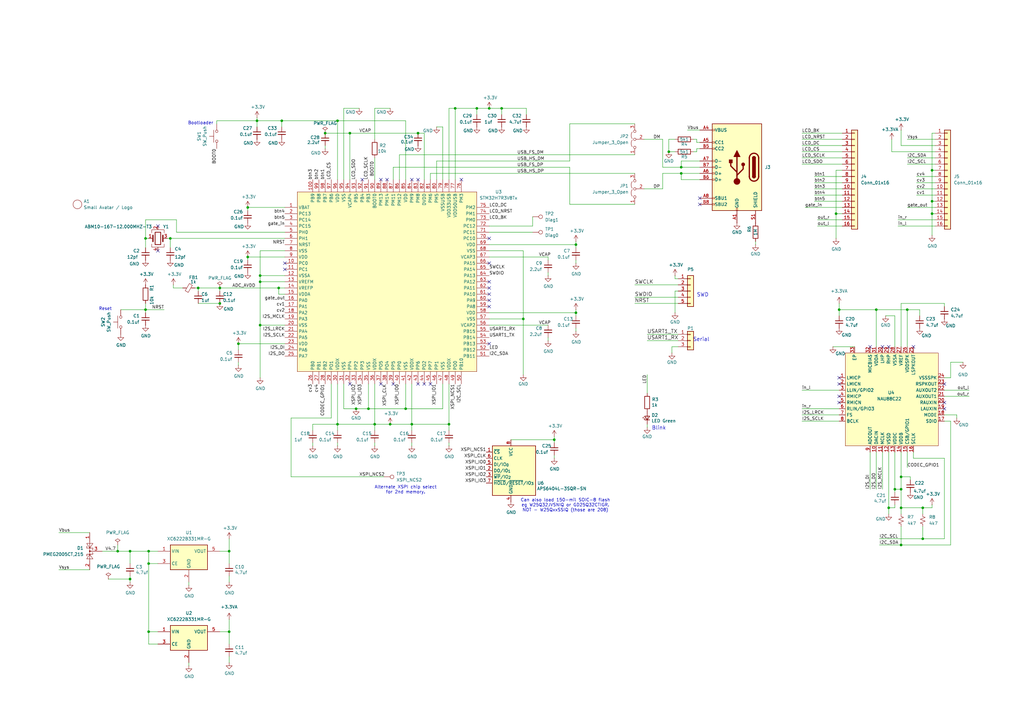
<source format=kicad_sch>
(kicad_sch (version 20250114) (generator "eeschema") (generator_version "9.0")
  (paper "A3")
  (title_block (title "S3 GTA Panel") (date "2023-08-13"))
  (text "SWD" (at 285.75 121.92 0) (effects (font (size 1.524 1.524)) (justify left bottom)))
  (text "Reset" (at 43.18 126.746 0) (effects (font (size 1.27 1.27))))
  (text "Serial" (at 284.226 140.208 0) (effects (font (size 1.524 1.524)) (justify left bottom)))
  (text "Alternate XSPI chip select\nfor 2nd memory." (at 166.37 200.914 0) (effects (font (size 1.27 1.27))))
  (text "Can also load 150-mil SOIC-8 flash\neg W25Q32JVSNIQ or GD25Q32CTIGR.\nNOT - W25QxxSSIQ (those are 208)" (at 231.902 207.264 0) (effects (font (size 1.27 1.27))))
  (text "Bootloader" (at 82.296 50.546 0) (effects (font (size 1.27 1.27))))
  (text "Blink" (at 267.335 176.53 0) (effects (font (size 1.524 1.524)) (justify left bottom)))
  (junction (at 53.34 226.06))
  (junction (at 166.37 167.64))
  (junction (at 227.33 180.34))
  (junction (at 344.17 127))
  (junction (at 369.57 208.28))
  (junction (at 200.66 44.45))
  (junction (at 382.27 69.85))
  (junction (at 101.6 105.41))
  (junction (at 90.17 124.46))
  (junction (at 81.28 118.11))
  (junction (at 382.27 82.55))
  (junction (at 93.98 226.06))
  (junction (at 106.68 113.03))
  (junction (at 115.57 49.53))
  (junction (at 168.91 173.99))
  (junction (at 184.15 173.99))
  (junction (at 160.02 173.99))
  (junction (at 364.49 208.28))
  (junction (at 69.85 97.79))
  (junction (at 48.26 226.06))
  (junction (at 378.46 208.28))
  (junction (at 143.51 54.61))
  (junction (at 382.27 87.63))
  (junction (at 59.69 97.79))
  (junction (at 53.34 237.49))
  (junction (at 279.4 71.12))
  (junction (at 359.41 127))
  (junction (at 60.96 226.06))
  (junction (at 195.58 44.45))
  (junction (at 369.57 200.66))
  (junction (at 133.35 54.61))
  (junction (at 138.43 49.53))
  (junction (at 90.17 118.11))
  (junction (at 60.96 231.14))
  (junction (at 367.03 200.66))
  (junction (at 236.22 128.27))
  (junction (at 60.96 259.08))
  (junction (at 153.67 173.99))
  (junction (at 146.05 167.64))
  (junction (at 138.43 173.99))
  (junction (at 372.11 127))
  (junction (at 369.57 223.52))
  (junction (at 171.45 54.61))
  (junction (at 274.32 62.23))
  (junction (at 236.22 100.33))
  (junction (at 101.6 85.09))
  (junction (at 106.68 133.35))
  (junction (at 186.69 44.45))
  (junction (at 279.4 68.58))
  (junction (at 205.74 44.45))
  (junction (at 114.3 118.11))
  (junction (at 59.69 127))
  (junction (at 214.63 130.81))
  (junction (at 106.68 115.57))
  (junction (at 378.46 220.98))
  (junction (at 369.57 195.58))
  (junction (at 105.41 49.53))
  (junction (at 151.13 167.64))
  (junction (at 97.79 140.97))
  (junction (at 93.98 259.08))
  (junction (at 342.9 87.63))
  (no_connect (at 156.21 157.48))
  (no_connect (at 116.84 107.95))
  (no_connect (at 116.84 110.49))
  (no_connect (at 168.91 73.66))
  (no_connect (at 64.77 92.71))
  (no_connect (at 361.95 142.24))
  (no_connect (at 356.87 142.24))
  (no_connect (at 374.65 142.24))
  (no_connect (at 387.35 157.48))
  (no_connect (at 344.17 154.94))
  (no_connect (at 200.66 120.65))
  (no_connect (at 200.66 97.79))
  (no_connect (at 200.66 107.95))
  (no_connect (at 200.66 115.57))
  (no_connect (at 200.66 125.73))
  (no_connect (at 171.45 73.66))
  (no_connect (at 200.66 140.97))
  (no_connect (at 387.35 165.1))
  (no_connect (at 143.51 157.48))
  (no_connect (at 344.17 162.56))
  (no_connect (at 189.23 73.66))
  (no_connect (at 171.45 157.48))
  (no_connect (at 287.02 83.82))
  (no_connect (at 344.17 165.1))
  (no_connect (at 387.35 167.64))
  (no_connect (at 173.99 157.48))
  (no_connect (at 364.49 142.24))
  (no_connect (at 287.02 81.28))
  (no_connect (at 161.29 157.48))
  (no_connect (at 200.66 118.11))
  (no_connect (at 158.75 73.66))
  (no_connect (at 156.21 73.66))
  (no_connect (at 148.59 73.66))
  (no_connect (at 176.53 157.48))
  (no_connect (at 64.77 102.87))
  (no_connect (at 200.66 123.19))
  (no_connect (at 344.17 157.48))
  (wire (pts (xy 309.88 100.33) (xy 309.88 99.06)))
  (wire (pts (xy 116.84 102.87) (xy 106.68 102.87)))
  (wire (pts (xy 80.01 118.11) (xy 81.28 118.11)))
  (wire (pts (xy 383.54 77.47) (xy 375.92 77.47)))
  (wire (pts (xy 334.01 74.93) (xy 345.44 74.93)))
  (wire (pts (xy 265.43 139.7) (xy 278.13 139.7)))
  (wire (pts (xy 200.66 105.41) (xy 224.79 105.41)))
  (wire (pts (xy 101.6 85.09) (xy 101.6 86.36)))
  (wire (pts (xy 105.41 49.53) (xy 105.41 52.07)))
  (wire (pts (xy 36.83 233.68) (xy 24.13 233.68)))
  (wire (pts (xy 128.27 173.99) (xy 128.27 176.53)))
  (wire (pts (xy 138.43 173.99) (xy 138.43 176.53)))
  (wire (pts (xy 271.78 77.47) (xy 271.78 71.12)))
  (wire (pts (xy 335.28 90.17) (xy 345.44 90.17)))
  (wire (pts (xy 161.29 73.66) (xy 161.29 68.58)))
  (wire (pts (xy 90.17 226.06) (xy 93.98 226.06)))
  (wire (pts (xy 276.86 62.23) (xy 274.32 62.23)))
  (wire (pts (xy 364.49 208.28) (xy 364.49 210.82)))
  (wire (pts (xy 72.39 95.25) (xy 72.39 90.17)))
  (wire (pts (xy 328.93 172.72) (xy 344.17 172.72)))
  (wire (pts (xy 264.16 57.15) (xy 271.78 57.15)))
  (wire (pts (xy 359.41 127) (xy 359.41 142.24)))
  (wire (pts (xy 205.74 44.45) (xy 215.9 44.45)))
  (wire (pts (xy 276.86 57.15) (xy 274.32 57.15)))
  (wire (pts (xy 369.57 185.42) (xy 369.57 195.58)))
  (wire (pts (xy 67.31 127) (xy 59.69 127)))
  (wire (pts (xy 367.03 200.66) (xy 367.03 201.93)))
  (wire (pts (xy 387.35 124.46) (xy 387.35 125.73)))
  (wire (pts (xy 227.33 179.07) (xy 227.33 180.34)))
  (wire (pts (xy 138.43 157.48) (xy 138.43 173.99)))
  (wire (pts (xy 135.89 157.48) (xy 135.89 171.45)))
  (wire (pts (xy 176.53 71.12) (xy 260.35 71.12)))
  (wire (pts (xy 383.54 57.15) (xy 372.11 57.15)))
  (wire (pts (xy 64.77 259.08) (xy 60.96 259.08)))
  (wire (pts (xy 334.01 72.39) (xy 345.44 72.39)))
  (wire (pts (xy 153.67 181.61) (xy 153.67 182.88)))
  (wire (pts (xy 64.77 264.16) (xy 60.96 264.16)))
  (wire (pts (xy 365.76 62.23) (xy 383.54 62.23)))
  (wire (pts (xy 171.45 54.61) (xy 173.99 54.61)))
  (wire (pts (xy 143.51 54.61) (xy 171.45 54.61)))
  (wire (pts (xy 166.37 49.53) (xy 166.37 73.66)))
  (wire (pts (xy 106.68 115.57) (xy 106.68 133.35)))
  (wire (pts (xy 59.69 90.17) (xy 59.69 97.79)))
  (wire (pts (xy 97.79 143.51) (xy 97.79 140.97)))
  (wire (pts (xy 265.43 153.67) (xy 265.43 161.29)))
  (wire (pts (xy 236.22 100.33) (xy 236.22 99.06)))
  (wire (pts (xy 41.91 226.06) (xy 48.26 226.06)))
  (wire (pts (xy 236.22 101.6) (xy 236.22 100.33)))
  (wire (pts (xy 200.66 133.35) (xy 224.79 133.35)))
  (wire (pts (xy 369.57 59.69) (xy 369.57 53.34)))
  (wire (pts (xy 181.61 157.48) (xy 181.61 167.64)))
  (wire (pts (xy 200.66 100.33) (xy 236.22 100.33)))
  (wire (pts (xy 369.57 208.28) (xy 369.57 210.82)))
  (wire (pts (xy 186.69 44.45) (xy 186.69 73.66)))
  (wire (pts (xy 341.63 142.24) (xy 350.52 142.24)))
  (wire (pts (xy 71.12 118.11) (xy 71.12 116.84)))
  (wire (pts (xy 374.65 187.96) (xy 374.65 185.42)))
  (wire (pts (xy 209.55 180.34) (xy 227.33 180.34)))
  (wire (pts (xy 281.94 53.34) (xy 287.02 53.34)))
  (wire (pts (xy 168.91 157.48) (xy 168.91 173.99)))
  (wire (pts (xy 179.07 66.04) (xy 233.68 66.04)))
  (wire (pts (xy 382.27 87.63) (xy 383.54 87.63)))
  (wire (pts (xy 382.27 82.55) (xy 383.54 82.55)))
  (wire (pts (xy 233.68 50.8) (xy 260.35 50.8)))
  (wire (pts (xy 184.15 44.45) (xy 186.69 44.45)))
  (wire (pts (xy 233.68 66.04) (xy 233.68 50.8)))
  (wire (pts (xy 106.68 133.35) (xy 106.68 154.94)))
  (wire (pts (xy 389.89 172.72) (xy 387.35 172.72)))
  (wire (pts (xy 106.68 102.87) (xy 106.68 113.03)))
  (wire (pts (xy 369.57 200.66) (xy 369.57 208.28)))
  (wire (pts (xy 143.51 73.66) (xy 143.51 54.61)))
  (wire (pts (xy 382.27 207.01) (xy 382.27 208.28)))
  (wire (pts (xy 101.6 105.41) (xy 101.6 106.68)))
  (wire (pts (xy 116.84 85.09) (xy 101.6 85.09)))
  (wire (pts (xy 93.98 259.08) (xy 93.98 264.16)))
  (wire (pts (xy 344.17 160.02) (xy 328.93 160.02)))
  (wire (pts (xy 200.66 130.81) (xy 214.63 130.81)))
  (wire (pts (xy 163.83 73.66) (xy 163.83 63.5)))
  (wire (pts (xy 382.27 96.52) (xy 382.27 87.63)))
  (wire (pts (xy 97.79 148.59) (xy 97.79 149.86)))
  (wire (pts (xy 367.03 185.42) (xy 367.03 200.66)))
  (wire (pts (xy 49.53 127) (xy 59.69 127)))
  (wire (pts (xy 345.44 64.77) (xy 328.93 64.77)))
  (wire (pts (xy 374.65 187.96) (xy 387.35 187.96)))
  (wire (pts (xy 236.22 129.54) (xy 236.22 128.27)))
  (wire (pts (xy 264.16 77.47) (xy 271.78 77.47)))
  (wire (pts (xy 116.84 133.35) (xy 106.68 133.35)))
  (wire (pts (xy 367.03 207.01) (xy 367.03 208.28)))
  (wire (pts (xy 90.17 118.11) (xy 90.17 119.38)))
  (wire (pts (xy 392.43 170.18) (xy 392.43 171.45)))
  (wire (pts (xy 153.67 44.45) (xy 160.02 44.45)))
  (wire (pts (xy 53.34 237.49) (xy 53.34 238.76)))
  (wire (pts (xy 335.28 92.71) (xy 345.44 92.71)))
  (wire (pts (xy 397.51 162.56) (xy 387.35 162.56)))
  (wire (pts (xy 200.66 92.71) (xy 218.44 92.71)))
  (wire (pts (xy 115.57 49.53) (xy 138.43 49.53)))
  (wire (pts (xy 138.43 181.61) (xy 138.43 182.88)))
  (wire (pts (xy 365.76 62.23) (xy 365.76 57.15)))
  (wire (pts (xy 372.11 185.42) (xy 372.11 191.77)))
  (wire (pts (xy 373.38 195.58) (xy 369.57 195.58)))
  (wire (pts (xy 184.15 44.45) (xy 184.15 73.66)))
  (wire (pts (xy 345.44 62.23) (xy 328.93 62.23)))
  (wire (pts (xy 224.79 111.76) (xy 224.79 113.03)))
  (wire (pts (xy 285.75 58.42) (xy 285.75 57.15)))
  (wire (pts (xy 271.78 71.12) (xy 279.4 71.12)))
  (wire (pts (xy 279.4 68.58) (xy 279.4 66.04)))
  (wire (pts (xy 200.66 128.27) (xy 236.22 128.27)))
  (wire (pts (xy 138.43 173.99) (xy 153.67 173.99)))
  (wire (pts (xy 119.38 171.45) (xy 119.38 195.58)))
  (wire (pts (xy 369.57 142.24) (xy 369.57 124.46)))
  (wire (pts (xy 287.02 71.12) (xy 279.4 71.12)))
  (wire (pts (xy 116.84 105.41) (xy 101.6 105.41)))
  (wire (pts (xy 166.37 167.64) (xy 151.13 167.64)))
  (wire (pts (xy 60.96 264.16) (xy 60.96 259.08)))
  (wire (pts (xy 93.98 236.22) (xy 93.98 238.76)))
  (wire (pts (xy 138.43 49.53) (xy 166.37 49.53)))
  (wire (pts (xy 383.54 80.01) (xy 375.92 80.01)))
  (wire (pts (xy 48.26 226.06) (xy 53.34 226.06)))
  (wire (pts (xy 278.13 142.24) (xy 275.59 142.24)))
  (wire (pts (xy 90.17 259.08) (xy 93.98 259.08)))
  (wire (pts (xy 44.45 237.49) (xy 53.34 237.49)))
  (wire (pts (xy 344.17 127) (xy 359.41 127)))
  (wire (pts (xy 181.61 52.07) (xy 181.61 73.66)))
  (wire (pts (xy 276.86 114.3) (xy 276.86 113.03)))
  (wire (pts (xy 287.02 58.42) (xy 285.75 58.42)))
  (wire (pts (xy 133.35 59.69) (xy 133.35 60.96)))
  (wire (pts (xy 88.9 49.53) (xy 88.9 50.8)))
  (wire (pts (xy 372.11 142.24) (xy 372.11 127)))
  (wire (pts (xy 163.83 63.5) (xy 260.35 63.5)))
  (wire (pts (xy 168.91 173.99) (xy 168.91 176.53)))
  (wire (pts (xy 140.97 44.45) (xy 147.32 44.45)))
  (wire (pts (xy 356.87 200.66) (xy 356.87 185.42)))
  (wire (pts (xy 236.22 134.62) (xy 236.22 135.89)))
  (wire (pts (xy 97.79 140.97) (xy 116.84 140.97)))
  (wire (pts (xy 105.41 48.26) (xy 105.41 49.53)))
  (wire (pts (xy 173.99 54.61) (xy 173.99 73.66)))
  (wire (pts (xy 184.15 173.99) (xy 184.15 157.48)))
  (wire (pts (xy 227.33 180.34) (xy 227.33 181.61)))
  (wire (pts (xy 53.34 226.06) (xy 60.96 226.06)))
  (wire (pts (xy 328.93 170.18) (xy 344.17 170.18)))
  (wire (pts (xy 373.38 196.85) (xy 373.38 195.58)))
  (wire (pts (xy 59.69 124.46) (xy 59.69 127)))
  (wire (pts (xy 146.05 167.64) (xy 140.97 167.64)))
  (wire (pts (xy 151.13 157.48) (xy 151.13 167.64)))
  (wire (pts (xy 287.02 73.66) (xy 279.4 73.66)))
  (wire (pts (xy 369.57 223.52) (xy 389.89 223.52)))
  (wire (pts (xy 200.66 44.45) (xy 205.74 44.45)))
  (wire (pts (xy 372.11 127) (xy 359.41 127)))
  (wire (pts (xy 128.27 181.61) (xy 128.27 182.88)))
  (wire (pts (xy 285.75 57.15) (xy 284.48 57.15)))
  (wire (pts (xy 151.13 167.64) (xy 146.05 167.64)))
  (wire (pts (xy 160.02 173.99) (xy 168.91 173.99)))
  (wire (pts (xy 369.57 124.46) (xy 387.35 124.46)))
  (wire (pts (xy 106.68 113.03) (xy 106.68 115.57)))
  (wire (pts (xy 77.47 238.76) (xy 77.47 240.03)))
  (wire (pts (xy 153.67 173.99) (xy 153.67 176.53)))
  (wire (pts (xy 382.27 69.85) (xy 382.27 82.55)))
  (wire (pts (xy 233.68 83.82) (xy 260.35 83.82)))
  (wire (pts (xy 72.39 90.17) (xy 59.69 90.17)))
  (wire (pts (xy 364.49 208.28) (xy 367.03 208.28)))
  (wire (pts (xy 389.89 148.59) (xy 394.97 148.59)))
  (wire (pts (xy 60.96 259.08) (xy 60.96 231.14)))
  (wire (pts (xy 214.63 102.87) (xy 214.63 130.81)))
  (wire (pts (xy 382.27 208.28) (xy 378.46 208.28)))
  (wire (pts (xy 138.43 73.66) (xy 138.43 49.53)))
  (wire (pts (xy 215.9 44.45) (xy 215.9 46.99)))
  (wire (pts (xy 377.19 127) (xy 377.19 129.54)))
  (wire (pts (xy 153.67 64.77) (xy 153.67 73.66)))
  (wire (pts (xy 344.17 124.46) (xy 344.17 127)))
  (wire (pts (xy 278.13 114.3) (xy 276.86 114.3)))
  (wire (pts (xy 227.33 186.69) (xy 227.33 187.96)))
  (wire (pts (xy 24.13 218.44) (xy 36.83 218.44)))
  (wire (pts (xy 59.69 97.79) (xy 60.96 97.79)))
  (wire (pts (xy 105.41 49.53) (xy 88.9 49.53)))
  (wire (pts (xy 138.43 173.99) (xy 128.27 173.99)))
  (wire (pts (xy 285.75 60.96) (xy 285.75 62.23)))
  (wire (pts (xy 74.93 118.11) (xy 71.12 118.11)))
  (wire (pts (xy 345.44 69.85) (xy 342.9 69.85)))
  (wire (pts (xy 93.98 269.24) (xy 93.98 271.78)))
  (wire (pts (xy 383.54 74.93) (xy 375.92 74.93)))
  (wire (pts (xy 271.78 57.15) (xy 271.78 68.58)))
  (wire (pts (xy 387.35 220.98) (xy 378.46 220.98)))
  (wire (pts (xy 205.74 44.45) (xy 205.74 46.99)))
  (wire (pts (xy 279.4 73.66) (xy 279.4 71.12)))
  (wire (pts (xy 161.29 68.58) (xy 233.68 68.58)))
  (wire (pts (xy 369.57 215.9) (xy 369.57 223.52)))
  (wire (pts (xy 265.43 173.99) (xy 265.43 175.26)))
  (wire (pts (xy 184.15 173.99) (xy 184.15 176.53)))
  (wire (pts (xy 114.3 118.11) (xy 116.84 118.11)))
  (wire (pts (xy 345.44 59.69) (xy 328.93 59.69)))
  (wire (pts (xy 369.57 195.58) (xy 369.57 200.66)))
  (wire (pts (xy 345.44 67.31) (xy 328.93 67.31)))
  (wire (pts (xy 276.86 119.38) (xy 276.86 128.27)))
  (wire (pts (xy 360.68 223.52) (xy 369.57 223.52)))
  (wire (pts (xy 364.49 185.42) (xy 364.49 208.28)))
  (wire (pts (xy 214.63 130.81) (xy 214.63 153.67)))
  (wire (pts (xy 397.51 160.02) (xy 387.35 160.02)))
  (wire (pts (xy 367.03 200.66) (xy 369.57 200.66)))
  (wire (pts (xy 382.27 87.63) (xy 382.27 82.55)))
  (wire (pts (xy 68.58 97.79) (xy 69.85 97.79)))
  (wire (pts (xy 72.39 95.25) (xy 116.84 95.25)))
  (wire (pts (xy 143.51 54.61) (xy 133.35 54.61)))
  (wire (pts (xy 200.66 95.25) (xy 218.44 95.25)))
  (wire (pts (xy 345.44 54.61) (xy 328.93 54.61)))
  (wire (pts (xy 383.54 92.71) (xy 368.3 92.71)))
  (wire (pts (xy 383.54 85.09) (xy 372.11 85.09)))
  (wire (pts (xy 81.28 118.11) (xy 81.28 119.38)))
  (wire (pts (xy 372.11 67.31) (xy 383.54 67.31)))
  (wire (pts (xy 90.17 118.11) (xy 114.3 118.11)))
  (wire (pts (xy 181.61 167.64) (xy 166.37 167.64)))
  (wire (pts (xy 176.53 73.66) (xy 176.53 71.12)))
  (wire (pts (xy 60.96 231.14) (xy 64.77 231.14)))
  (wire (pts (xy 179.07 73.66) (xy 179.07 66.04)))
  (wire (pts (xy 334.01 82.55) (xy 345.44 82.55)))
  (wire (pts (xy 106.68 115.57) (xy 116.84 115.57)))
  (wire (pts (xy 140.97 44.45) (xy 140.97 73.66)))
  (wire (pts (xy 53.34 226.06) (xy 53.34 231.14)))
  (wire (pts (xy 372.11 127) (xy 377.19 127)))
  (wire (pts (xy 382.27 54.61) (xy 382.27 69.85)))
  (wire (pts (xy 345.44 85.09) (xy 330.2 85.09)))
  (wire (pts (xy 135.89 171.45) (xy 119.38 171.45)))
  (wire (pts (xy 116.84 113.03) (xy 106.68 113.03)))
  (wire (pts (xy 114.3 120.65) (xy 114.3 118.11)))
  (wire (pts (xy 383.54 72.39) (xy 375.92 72.39)))
  (wire (pts (xy 382.27 54.61) (xy 383.54 54.61)))
  (wire (pts (xy 382.27 69.85) (xy 383.54 69.85)))
  (wire (pts (xy 166.37 157.48) (xy 166.37 167.64)))
  (wire (pts (xy 389.89 172.72) (xy 389.89 223.52)))
  (wire (pts (xy 69.85 97.79) (xy 69.85 101.6)))
  (wire (pts (xy 367.03 129.54) (xy 363.22 129.54)))
  (wire (pts (xy 195.58 44.45) (xy 195.58 46.99)))
  (wire (pts (xy 181.61 52.07) (xy 179.07 52.07)))
  (wire (pts (xy 334.01 77.47) (xy 345.44 77.47)))
  (wire (pts (xy 342.9 69.85) (xy 342.9 87.63)))
  (wire (pts (xy 378.46 208.28) (xy 369.57 208.28)))
  (wire (pts (xy 81.28 118.11) (xy 90.17 118.11)))
  (wire (pts (xy 387.35 154.94) (xy 389.89 154.94)))
  (wire (pts (xy 93.98 259.08) (xy 93.98 254)))
  (wire (pts (xy 278.13 121.92) (xy 260.35 121.92)))
  (wire (pts (xy 345.44 57.15) (xy 328.93 57.15)))
  (wire (pts (xy 367.03 142.24) (xy 367.03 129.54)))
  (wire (pts (xy 233.68 68.58) (xy 233.68 83.82)))
  (wire (pts (xy 105.41 49.53) (xy 115.57 49.53)))
  (wire (pts (xy 369.57 59.69) (xy 383.54 59.69)))
  (wire (pts (xy 60.96 226.06) (xy 64.77 226.06)))
  (wire (pts (xy 115.57 49.53) (xy 115.57 52.07)))
  (wire (pts (xy 260.35 116.84) (xy 278.13 116.84)))
  (wire (pts (xy 359.41 200.66) (xy 359.41 185.42)))
  (wire (pts (xy 153.67 157.48) (xy 153.67 173.99)))
  (wire (pts (xy 224.79 138.43) (xy 224.79 139.7)))
  (wire (pts (xy 278.13 124.46) (xy 260.35 124.46)))
  (wire (pts (xy 93.98 226.06) (xy 93.98 220.98)))
  (wire (pts (xy 389.89 154.94) (xy 389.89 148.59)))
  (wire (pts (xy 153.67 57.15) (xy 153.67 44.45)))
  (wire (pts (xy 387.35 170.18) (xy 392.43 170.18)))
  (wire (pts (xy 372.11 64.77) (xy 383.54 64.77)))
  (wire (pts (xy 342.9 87.63) (xy 345.44 87.63)))
  (wire (pts (xy 285.75 62.23) (xy 284.48 62.23)))
  (wire (pts (xy 59.69 97.79) (xy 59.69 101.6)))
  (wire (pts (xy 116.84 120.65) (xy 114.3 120.65)))
  (wire (pts (xy 69.85 97.79) (xy 116.84 97.79)))
  (wire (pts (xy 344.17 167.64) (xy 328.93 167.64)))
  (wire (pts (xy 278.13 119.38) (xy 276.86 119.38)))
  (wire (pts (xy 383.54 90.17) (xy 368.3 90.17)))
  (wire (pts (xy 287.02 66.04) (xy 279.4 66.04)))
  (wire (pts (xy 77.47 271.78) (xy 77.47 273.05)))
  (wire (pts (xy 200.66 102.87) (xy 214.63 102.87)))
  (wire (pts (xy 48.26 223.52) (xy 48.26 226.06)))
  (wire (pts (xy 361.95 200.66) (xy 361.95 185.42)))
  (wire (pts (xy 119.38 195.58) (xy 157.48 195.58)))
  (wire (pts (xy 60.96 231.14) (xy 60.96 226.06)))
  (wire (pts (xy 275.59 142.24) (xy 275.59 144.78)))
  (wire (pts (xy 218.44 92.71) (xy 218.44 88.9)))
  (wire (pts (xy 195.58 44.45) (xy 200.66 44.45)))
  (wire (pts (xy 378.46 220.98) (xy 378.46 215.9)))
  (wire (pts (xy 378.46 208.28) (xy 378.46 210.82)))
  (wire (pts (xy 334.01 80.01) (xy 345.44 80.01)))
  (wire (pts (xy 344.17 127) (xy 344.17 129.54)))
  (wire (pts (xy 59.69 127) (xy 59.69 128.27)))
  (wire (pts (xy 224.79 105.41) (xy 224.79 106.68)))
  (wire (pts (xy 81.28 124.46) (xy 90.17 124.46)))
  (wire (pts (xy 53.34 236.22) (xy 53.34 237.49)))
  (wire (pts (xy 153.67 173.99) (xy 160.02 173.99)))
  (wire (pts (xy 168.91 173.99) (xy 184.15 173.99)))
  (wire (pts (xy 360.68 220.98) (xy 378.46 220.98)))
  (wire (pts (xy 271.78 68.58) (xy 279.4 68.58)))
  (wire (pts (xy 184.15 181.61) (xy 184.15 182.88)))
  (wire (pts (xy 387.35 187.96) (xy 387.35 220.98)))
  (wire (pts (xy 140.97 157.48) (xy 140.97 167.64)))
  (wire (pts (xy 287.02 68.58) (xy 279.4 68.58)))
  (wire (pts (xy 287.02 60.96) (xy 285.75 60.96)))
  (wire (pts (xy 274.32 57.15) (xy 274.32 62.23)))
  (wire (pts (xy 278.13 137.16) (xy 265.43 137.16)))
  (wire (pts (xy 168.91 181.61) (xy 168.91 182.88)))
  (wire (pts (xy 236.22 106.68) (xy 236.22 107.95)))
  (wire (pts (xy 186.69 44.45) (xy 195.58 44.45)))
  (wire (pts (xy 236.22 128.27) (xy 236.22 127)))
  (wire (pts (xy 93.98 226.06) (xy 93.98 231.14)))
  (wire (pts (xy 342.9 87.63) (xy 342.9 97.79)))
  (label "Vbus" (at 24.13 218.44 0))
  (label "cv3" (at 375.92 74.93 0))
  (label "btn1" (at 133.35 73.66 90))
  (label "LCD_SDO" (at 146.05 73.66 90))
  (label "cv3" (at 128.27 157.48 270))
  (label "I2C_SCL" (at 360.68 220.98 0))
  (label "USART1_TX" (at 200.66 138.43 0))
  (label "USART1_RX" (at 265.43 139.7 0) (effects (font (size 1.524 1.524))))
  (label "XSPI_IO1" (at 179.07 157.48 270))
  (label "LCD_NRST" (at 200.66 87.63 0))
  (label "NRST" (at 116.84 100.33 180))
  (label "SWDIO" (at 260.35 121.92 0) (effects (font (size 1.524 1.524))))
  (label "out_r" (at 335.28 90.17 0))
  (label "LCD_DC" (at 328.93 59.69 0))
  (label "XSPI_IO1" (at 199.39 193.04 180))
  (label "I2C_SCL" (at 189.23 157.48 270))
  (label "LCD_CS" (at 135.89 73.66 90))
  (label "BOOT0" (at 88.9 60.96 270))
  (label "I2S_DI" (at 116.84 143.51 180))
  (label "XSPI_IO2" (at 146.05 157.48 270))
  (label "out_l" (at 335.28 92.71 0))
  (label "XSPI_IO0" (at 199.39 190.5 180))
  (label "XSPI_IO3" (at 148.59 157.48 270))
  (label "btn1" (at 334.01 72.39 0))
  (label "SWCLK" (at 260.35 116.84 0) (effects (font (size 1.524 1.524))))
  (label "Vsys" (at 24.13 233.68 0))
  (label "LCD_BK" (at 328.93 54.61 0))
  (label "XSPI_IO0" (at 163.83 157.48 270))
  (label "XSPI_NCS1" (at 199.39 185.42 180))
  (label "cv4" (at 130.81 157.48 270))
  (label "VCAP" (at 220.98 133.35 0))
  (label "I2S_DO" (at 359.41 200.66 90))
  (label "cv2" (at 116.84 128.27 180))
  (label "USB_HS_DM" (at 212.09 66.04 0))
  (label "in_r" (at 368.3 90.17 0))
  (label "btn4" (at 334.01 80.01 0))
  (label "in_r" (at 328.93 167.64 0))
  (label "BOOT0" (at 153.67 72.39 90))
  (label "btn4" (at 116.84 87.63 180))
  (label "XSPI_NCS1" (at 186.69 157.48 270))
  (label "cv1" (at 375.92 80.01 0))
  (label "USB_FS_DM" (at 212.09 63.5 0))
  (label "XSPI_CLK" (at 158.75 157.48 270))
  (label "btn2" (at 334.01 74.93 0))
  (label "XSPI_IO2" (at 199.39 195.58 180))
  (label "out_r" (at 397.51 162.56 180))
  (label "NRST" (at 260.35 124.46 0) (effects (font (size 1.524 1.524))))
  (label "gate_in" (at 330.2 85.09 0))
  (label "LCD_SCLK" (at 328.93 64.77 0))
  (label "gate_in" (at 116.84 92.71 180))
  (label "I2C_SDA" (at 200.66 146.05 0))
  (label "LCD_SCLK" (at 151.13 73.66 90))
  (label "XSPI_IO3" (at 199.39 198.12 180))
  (label "I2C_SDA" (at 372.11 64.77 0))
  (label "I2S_MCLK" (at 361.95 200.66 90))
  (label "LCD_CS" (at 328.93 62.23 0))
  (label "gate_out" (at 372.11 85.09 0))
  (label "LCD_SDO" (at 328.93 67.31 0))
  (label "LED" (at 265.43 153.67 270))
  (label "I2C_SDA" (at 360.68 223.52 0))
  (label "USART1_TX" (at 265.43 137.16 0) (effects (font (size 1.524 1.524))))
  (label "USART1_RX" (at 200.66 135.89 0))
  (label "I2C_SCL" (at 372.11 67.31 0))
  (label "out_l" (at 397.51 160.02 180))
  (label "btn2" (at 130.81 73.66 90))
  (label "DM" (at 267.97 57.15 0))
  (label "I2S_SCLK" (at 116.84 138.43 180))
  (label "LCD_BK" (at 200.66 90.17 0))
  (label "cv1" (at 116.84 125.73 180))
  (label "I2S_LRCK" (at 328.93 170.18 0))
  (label "cv4" (at 375.92 72.39 0))
  (label "SWDIO" (at 200.66 113.03 0))
  (label "LCD_NRST" (at 328.93 57.15 0))
  (label "btn3" (at 128.27 73.66 90))
  (label "cv2" (at 375.92 77.47 0))
  (label "XSPI_NCS2" (at 147.32 195.58 0))
  (label "SWCLK" (at 200.66 110.49 0))
  (label "NRST" (at 67.31 127 180))
  (label "Vbus" (at 281.94 53.34 0))
  (label "btn3" (at 334.01 77.47 0))
  (label "I2S_DI" (at 356.87 200.66 90))
  (label "USB_HS_DP" (at 212.09 71.12 0))
  (label "I2S_SCLK" (at 328.93 172.72 0))
  (label "I2S_DO" (at 116.84 146.05 180))
  (label "btn5" (at 116.84 90.17 180))
  (label "V4.7" (at 43.18 226.06 0))
  (label "CODEC_GPIO1" (at 133.35 157.48 270))
  (label "VCAP" (at 220.98 105.41 0))
  (label "in_l" (at 368.3 92.71 0))
  (label "DP" (at 267.97 77.47 0))
  (label "VCAP" (at 147.32 54.61 0))
  (label "XSPI_CLK" (at 199.39 187.96 180))
  (label "LED" (at 200.66 143.51 0))
  (label "btn5" (at 334.01 82.55 0))
  (label "Vsys" (at 372.11 57.15 0))
  (label "CODEC_GPIO1" (at 372.11 191.77 0))
  (label "I2S_LRCK" (at 116.84 135.89 180))
  (label "ADC_AVDD" (at 95.25 118.11 0))
  (label "gate_out" (at 116.84 123.19 180))
  (label "I2S_MCLK" (at 116.84 130.81 180))
  (label "LCD_DC" (at 200.66 85.09 0))
  (label "in_l" (at 328.93 160.02 0))
  (label "USB_FS_DP" (at 212.09 68.58 0))
  (symbol (lib_id "Connector_Generic:Conn_01x03") (at 283.21 139.7 0) (unit 1)
    (property "Reference" "P1" (at 283.21 134.62 0))
    (property "Value" "CONN_01X03" (effects (hide yes)))
    (property "Footprint" "Connector_PinHeader_2.54mm:PinHeader_1x03_P2.54mm_Vertical" (effects (hide yes)))
    (property "Description" "Generic connector, single row, 01x03, script generated (kicad-library-utils/schlib/autogen/connector/)" (effects (hide yes)))
  )
  (symbol (lib_id "Connector_Generic:Conn_01x05") (at 283.21 119.38 0) (unit 1)
    (property "Reference" "P5" (at 283.21 110.49 0))
    (property "Value" "CONN_01X06" (effects (hide yes)))
    (property "Footprint" "Connector_PinHeader_2.54mm:PinHeader_1x05_P2.54mm_Horizontal" (effects (hide yes)))
    (property "Description" "Generic connector, single row, 01x05, script generated (kicad-library-utils/schlib/autogen/connector/)" (effects (hide yes)))
  )
  (symbol (lib_id "Device:C_Small") (at 90.17 121.92 0) (unit 1)
    (property "Reference" "C12" (at 91.44 120.65 0) (effects (justify left)))
    (property "Value" "0.1uf" (at 91.44 123.19 0) (effects (justify left)))
    (property "Footprint" "Capacitor_SMD:C_0402_1005Metric" (effects (hide yes)))
  )
  (symbol (lib_id "power:GND") (at 90.17 124.46 0) (unit 1)
    (property "Reference" "#PWR17" (effects (hide yes)))
    (property "Value" "GND" (at 93.726 126.746 0))
  )
  (symbol (lib_id "Device:Crystal_GND24") (at 64.77 97.79 0) (unit 1)
    (property "Reference" "Y1" (at 68.072 92.964 0))
    (property "Value" "ABM10-167-12.000MHZ-T3" (at 48.514 92.964 0))
    (property "Footprint" "Crystal:Crystal_SMD_2520-4Pin_2.5x2.0mm" (effects (hide yes)))
    (property "Description" "Four pin crystal, GND on pins 2 and 4" (effects (hide yes)))
  )
  (symbol (lib_id "Device:C_Small") (at 69.85 104.14 0) (unit 1)
    (property "Reference" "C4" (at 71.628 102.108 0) (effects (justify left)))
    (property "Value" "12pf" (at 71.628 105.41 0) (effects (justify left)))
    (property "Footprint" "Capacitor_SMD:C_0402_1005Metric" (effects (hide yes)))
  )
  (symbol (lib_id "power:GND") (at 59.69 106.68 0) (unit 1)
    (property "Reference" "#PWR5" (effects (hide yes)))
    (property "Value" "GND" (at 55.118 108.204 0))
  )
  (symbol (lib_id "power:GND") (at 69.85 106.68 0) (unit 1)
    (property "Reference" "#PWR6" (effects (hide yes)))
    (property "Value" "GND" (at 73.406 108.712 0))
  )
  (symbol (lib_id "power:GND") (at 53.34 238.76 0) (unit 1)
    (property "Reference" "#PWR06" (effects (hide yes)))
    (property "Value" "GND" (at 53.467 243.1542 0))
    (property "Description" "Power symbol creates a global label with name \"GND\" , ground" (effects (hide yes)))
  )
  (symbol (lib_id "power:GND") (at 93.98 238.76 0) (unit 1)
    (property "Reference" "#PWR017" (effects (hide yes)))
    (property "Value" "GND" (at 94.107 243.1542 0))
    (property "Description" "Power symbol creates a global label with name \"GND\" , ground" (effects (hide yes)))
  )
  (symbol (lib_id "Device:C_Small") (at 93.98 233.68 0) (unit 1)
    (property "Reference" "C10" (at 96.3168 232.5116 0) (effects (justify left)))
    (property "Value" "4.7uf" (at 96.3168 234.823 0) (effects (justify left)))
    (property "Footprint" "Capacitor_SMD:C_0402_1005Metric" (effects (hide yes)))
  )
  (symbol (lib_id "power:+3.3V") (at 93.98 220.98 0) (unit 1)
    (property "Reference" "#PWR016" (effects (hide yes)))
    (property "Value" "+3.3V" (at 94.361 216.5858 0))
    (property "Description" "Power symbol creates a global label with name \"+3.3V\"" (effects (hide yes)))
  )
  (symbol (lib_id "power:GND") (at 77.47 240.03 0) (unit 1)
    (property "Reference" "#PWR010" (effects (hide yes)))
    (property "Value" "GND" (at 77.597 244.4242 0))
    (property "Description" "Power symbol creates a global label with name \"GND\" , ground" (effects (hide yes)))
  )
  (symbol (lib_id "power:+3.3V") (at 382.27 207.01 0) (unit 1)
    (property "Reference" "#PWR041" (effects (hide yes)))
    (property "Value" "+3.3V" (at 382.651 202.6158 0))
    (property "Description" "Power symbol creates a global label with name \"+3.3V\"" (effects (hide yes)))
  )
  (symbol (lib_id "power:GND") (at 236.22 135.89 0) (unit 1)
    (property "Reference" "#PWR022" (effects (hide yes)))
    (property "Value" "GND" (at 236.347 140.2842 0))
    (property "Description" "Power symbol creates a global label with name \"GND\" , ground" (effects (hide yes)))
  )
  (symbol (lib_id "power:GND") (at 377.19 134.62 0) (unit 1)
    (property "Reference" "#PWR040" (effects (hide yes)))
    (property "Value" "GND" (at 379.984 137.668 0))
    (property "Description" "Power symbol creates a global label with name \"GND\" , ground" (effects (hide yes)))
  )
  (symbol (lib_id "power:GND") (at 147.32 44.45 0) (unit 1)
    (property "Reference" "#PWR064" (effects (hide yes)))
    (property "Value" "GND" (at 143.764 45.974 0))
    (property "Description" "Power symbol creates a global label with name \"GND\" , ground" (effects (hide yes)))
  )
  (symbol (lib_id "Switch:SW_Push") (at 49.53 132.08 90) (mirror x) (unit 1)
    (property "Reference" "SW2" (at 42.291 132.08 0))
    (property "Value" "SW_Push" (at 44.6024 132.08 0))
    (property "Footprint" "Button_Switch_SMD:SW_Push_1P1T_NO_CK_KMR2" (effects (hide yes)))
  )
  (symbol (lib_id "Device:C_Small") (at 224.79 135.89 0) (unit 1)
    (property "Reference" "C8" (at 219.71 134.62 0) (effects (justify left)))
    (property "Value" "2.2uf" (at 217.17 137.16 0) (effects (justify left)))
    (property "Footprint" "Capacitor_SMD:C_0805_2012Metric" (effects (hide yes)))
    (property "JLC" "https://jlcpcb.com/partdetail/Yageo-CC0603KRX7R9BB104/C14663" (effects (hide yes)))
  )
  (symbol (lib_id "power:GND") (at 105.41 57.15 0) (unit 1)
    (property "Reference" "#PWR054" (effects (hide yes)))
    (property "Value" "GND" (at 101.854 58.674 0))
    (property "Description" "Power symbol creates a global label with name \"GND\" , ground" (effects (hide yes)))
  )
  (symbol (lib_id "Switch:SW_Push") (at 88.9 55.88 90) (mirror x) (unit 1)
    (property "Reference" "SW1" (at 81.661 55.88 0))
    (property "Value" "SW_Push" (at 83.9724 55.88 0))
    (property "Footprint" "Button_Switch_SMD:SW_Push_1P1T_NO_CK_KMR2" (effects (hide yes)))
  )
  (symbol (lib_id "power:+3.3VA") (at 365.76 57.15 0) (unit 1)
    (property "Reference" "#PWR046" (effects (hide yes)))
    (property "Value" "+3.3VA" (at 364.998 53.086 0))
    (property "Description" "Power symbol creates a global label with name \"+3.3VA\"" (effects (hide yes)))
  )
  (symbol (lib_id "power:GND") (at 265.43 175.26 0) (unit 1)
    (property "Reference" "#PWR025" (effects (hide yes)))
    (property "Value" "GND" (at 265.43 179.07 0))
    (property "Description" "Power symbol creates a global label with name \"GND\" , ground" (effects (hide yes)))
  )
  (symbol (lib_id "power:GND") (at 138.43 182.88 0) (unit 1)
    (property "Reference" "#PWR024" (effects (hide yes)))
    (property "Value" "GND" (at 138.557 187.2742 0))
    (property "Description" "Power symbol creates a global label with name \"GND\" , ground" (effects (hide yes)))
  )
  (symbol (lib_id "Device:C_Small") (at 195.58 49.53 0) (unit 1)
    (property "Reference" "C29" (at 189.738 47.498 0) (effects (justify left)))
    (property "Value" "0.1uf" (at 188.468 50.038 0) (effects (justify left)))
    (property "Footprint" "Capacitor_SMD:C_0402_1005Metric" (effects (hide yes)))
    (property "JLC" "https://jlcpcb.com/partdetail/Yageo-CC0603KRX7R9BB104/C14663" (effects (hide yes)))
  )
  (symbol (lib_id "Connector:TestPoint") (at 218.44 88.9 270) (unit 1)
    (property "Reference" "TP2" (at 223.52 87.6299 90) (effects (justify left)))
    (property "Value" "Diag1" (at 223.52 90.1699 90) (effects (justify left)))
    (property "Footprint" "TestPoint:TestPoint_Pad_D1.0mm" (effects (hide yes)))
    (property "Description" "test point" (effects (hide yes)))
  )
  (symbol (lib_id "power:GND") (at 224.79 139.7 0) (unit 1)
    (property "Reference" "#PWR015" (effects (hide yes)))
    (property "Value" "GND" (at 224.917 144.0942 0))
    (property "Description" "Power symbol creates a global label with name \"GND\" , ground" (effects (hide yes)))
  )
  (symbol (lib_id "Device:R") (at 280.67 57.15 90) (mirror x) (unit 1)
    (property "Reference" "R4" (at 280.67 59.182 90))
    (property "Value" "5k1" (at 280.67 57.15 90))
    (property "Footprint" "Resistor_SMD:R_0402_1005Metric" (effects (hide yes)))
  )
  (symbol (lib_id "Connector_Generic:Conn_01x16") (at 388.62 72.39 0) (unit 1)
    (property "Reference" "J5" (at 391.16 72.3899 0) (effects (justify left)))
    (property "Value" "Conn_01x16" (at 391.16 74.9299 0) (effects (justify left)))
    (property "Footprint" "Connector_PinHeader_2.54mm:PinHeader_1x16_P2.54mm_Vertical" (effects (hide yes)))
    (property "Description" "Generic connector, single row, 01x16, script generated (kicad-library-utils/schlib/autogen/connector/)" (effects (hide yes)))
  )
  (symbol (lib_id "Device:C_Small") (at 236.22 104.14 0) (unit 1)
    (property "Reference" "C7" (at 231.14 102.87 0) (effects (justify left)))
    (property "Value" "0.1uf" (at 228.6 105.41 0) (effects (justify left)))
    (property "Footprint" "Capacitor_SMD:C_0402_1005Metric" (effects (hide yes)))
    (property "JLC" "https://jlcpcb.com/partdetail/Yageo-CC0603KRX7R9BB104/C14663" (effects (hide yes)))
  )
  (symbol (lib_id "power:GND") (at 101.6 111.76 0) (unit 1)
    (property "Reference" "#PWR031" (effects (hide yes)))
    (property "Value" "GND" (at 98.044 113.284 0))
    (property "Description" "Power symbol creates a global label with name \"GND\" , ground" (effects (hide yes)))
  )
  (symbol (lib_id "Device:FerriteBead_Small") (at 77.47 118.11 90) (unit 1)
    (property "Reference" "FB1" (at 81.28 113.792 90) (effects (justify left)))
    (property "Value" "1k" (at 80.518 115.57 90) (effects (justify left)))
    (property "Footprint" "Inductor_SMD:L_0603_1608Metric" (effects (hide yes)))
    (property "Description" "Ferrite bead, small symbol" (effects (hide yes)))
  )
  (symbol (lib_id "power:GND") (at 101.6 91.44 0) (unit 1)
    (property "Reference" "#PWR052" (effects (hide yes)))
    (property "Value" "GND" (at 98.044 92.964 0))
    (property "Description" "Power symbol creates a global label with name \"GND\" , ground" (effects (hide yes)))
  )
  (symbol (lib_id "power:+3.3V") (at 369.57 53.34 0) (unit 1)
    (property "Reference" "#PWR047" (effects (hide yes)))
    (property "Value" "+3.3V" (at 369.951 48.9458 0))
    (property "Description" "Power symbol creates a global label with name \"+3.3V\"" (effects (hide yes)))
  )
  (symbol (lib_id "power:GND") (at 364.49 210.82 0) (unit 1)
    (property "Reference" "#PWR038" (effects (hide yes)))
    (property "Value" "GND" (at 361.188 212.852 0))
    (property "Description" "Power symbol creates a global label with name \"GND\" , ground" (effects (hide yes)))
  )
  (symbol (lib_id "power:+3.3V") (at 160.02 173.99 0) (unit 1)
    (property "Reference" "#PWR023" (effects (hide yes)))
    (property "Value" "+3.3V" (at 160.401 169.5958 0))
    (property "Description" "Power symbol creates a global label with name \"+3.3V\"" (effects (hide yes)))
  )
  (symbol (lib_id "power:PWR_FLAG") (at 90.17 118.11 0) (unit 1)
    (property "Reference" "#FLG4" (effects (hide yes)))
    (property "Value" "PWR_FLAG" (at 90.17 114.046 0))
    (property "Description" "Special symbol for telling ERC where power comes from" (effects (hide yes)))
  )
  (symbol (lib_id "Device:C_Small") (at 101.6 88.9 0) (unit 1)
    (property "Reference" "C26" (at 95.758 86.868 0) (effects (justify left)))
    (property "Value" "0.1uf" (at 94.488 89.408 0) (effects (justify left)))
    (property "Footprint" "Capacitor_SMD:C_0402_1005Metric" (effects (hide yes)))
    (property "JLC" "https://jlcpcb.com/partdetail/Yageo-CC0603KRX7R9BB104/C14663" (effects (hide yes)))
  )
  (symbol (lib_id "power:GND") (at 153.67 182.88 0) (unit 1)
    (property "Reference" "#PWR026" (effects (hide yes)))
    (property "Value" "GND" (at 153.797 187.2742 0))
    (property "Description" "Power symbol creates a global label with name \"GND\" , ground" (effects (hide yes)))
  )
  (symbol (lib_id "Device:C_Small") (at 224.79 109.22 0) (unit 1)
    (property "Reference" "C9" (at 219.71 107.95 0) (effects (justify left)))
    (property "Value" "2.2uf" (at 217.17 110.49 0) (effects (justify left)))
    (property "Footprint" "Capacitor_SMD:C_0805_2012Metric" (effects (hide yes)))
    (property "JLC" "https://jlcpcb.com/partdetail/Yageo-CC0603KRX7R9BB104/C14663" (effects (hide yes)))
  )
  (symbol (lib_id "power:GND") (at 171.45 59.69 0) (unit 1)
    (property "Reference" "#PWR062" (effects (hide yes)))
    (property "Value" "GND" (at 167.894 61.214 0))
    (property "Description" "Power symbol creates a global label with name \"GND\" , ground" (effects (hide yes)))
  )
  (symbol (lib_id "EMEB:STM32H7R3V8Tx") (at 158.75 115.57 0) (unit 1)
    (property "Reference" "U3" (at 204.47 78.6698 0))
    (property "Value" "STM32H7R3V8Tx" (at 204.47 81.2098 0))
    (property "Footprint" "Package_QFP:LQFP-100_14x14mm_P0.5mm" (effects (hide yes)))
    (property "Datasheet" "http://www.st.com/st-web-ui/static/active/en/resource/technical/document/datasheet/DM00388325.pdf" (effects (hide yes)))
    (property "Description" "ARM Cortex-M7 MCU, 2048KB flash, 864KB RAM, 400MHz, 1.7-3.6V, 82 GPIO, LQFP-100" (effects (hide yes)))
  )
  (symbol (lib_id "power:GND") (at 276.86 128.27 0) (mirror y) (unit 1)
    (property "Reference" "#PWR066" (effects (hide yes)))
    (property "Value" "GND" (at 276.86 132.08 0))
    (property "Description" "Power symbol creates a global label with name \"GND\" , ground" (effects (hide yes)))
  )
  (symbol (lib_id "power:+3.3V") (at 59.69 116.84 0) (unit 1)
    (property "Reference" "#PWR01" (effects (hide yes)))
    (property "Value" "+3.3V" (at 60.071 112.4458 0))
    (property "Description" "Power symbol creates a global label with name \"+3.3V\"" (effects (hide yes)))
  )
  (symbol (lib_id "Device:C_Small") (at 205.74 49.53 0) (unit 1)
    (property "Reference" "C30" (at 199.898 47.498 0) (effects (justify left)))
    (property "Value" "1uf" (at 198.628 50.038 0) (effects (justify left)))
    (property "Footprint" "Capacitor_SMD:C_0402_1005Metric" (effects (hide yes)))
    (property "JLC" "https://jlcpcb.com/partdetail/Yageo-CC0603KRX7R9BB104/C14663" (effects (hide yes)))
  )
  (symbol (lib_id "Device:C_Small") (at 168.91 179.07 0) (unit 1)
    (property "Reference" "C16" (at 163.83 177.8 0) (effects (justify left)))
    (property "Value" "0.1uf" (at 161.29 180.34 0) (effects (justify left)))
    (property "Footprint" "Capacitor_SMD:C_0402_1005Metric" (effects (hide yes)))
    (property "JLC" "https://jlcpcb.com/partdetail/Yageo-CC0603KRX7R9BB104/C14663" (effects (hide yes)))
  )
  (symbol (lib_id "Device:C_Small") (at 81.28 121.92 0) (unit 1)
    (property "Reference" "C6" (at 82.55 120.65 0) (effects (justify left)))
    (property "Value" "1uf" (at 82.55 123.19 0) (effects (justify left)))
    (property "Footprint" "Capacitor_SMD:C_0402_1005Metric" (effects (hide yes)))
  )
  (symbol (lib_id "Device:C_Small") (at 387.35 128.27 0) (unit 1)
    (property "Reference" "C24" (at 389.89 127.0063 0) (effects (justify left)))
    (property "Value" "4.7uf" (at 389.89 129.54 0) (effects (justify left)))
    (property "Footprint" "Capacitor_SMD:C_0402_1005Metric" (effects (hide yes)))
  )
  (symbol (lib_id "power:PWR_FLAG") (at 44.45 237.49 0) (unit 1)
    (property "Reference" "#FLG01" (effects (hide yes)))
    (property "Value" "PWR_FLAG" (at 44.45 232.41 0))
    (property "Description" "Special symbol for telling ERC where power comes from" (effects (hide yes)))
  )
  (symbol (lib_id "power:+3.3V") (at 236.22 127 0) (unit 1)
    (property "Reference" "#PWR021" (effects (hide yes)))
    (property "Value" "+3.3V" (at 236.601 122.6058 0))
    (property "Description" "Power symbol creates a global label with name \"+3.3V\"" (effects (hide yes)))
  )
  (symbol (lib_id "Device:C_Small") (at 236.22 132.08 0) (unit 1)
    (property "Reference" "C13" (at 231.14 130.81 0) (effects (justify left)))
    (property "Value" "0.1uf" (at 228.6 133.35 0) (effects (justify left)))
    (property "Footprint" "Capacitor_SMD:C_0402_1005Metric" (effects (hide yes)))
    (property "JLC" "https://jlcpcb.com/partdetail/Yageo-CC0603KRX7R9BB104/C14663" (effects (hide yes)))
  )
  (symbol (lib_id "power:+3.3V") (at 105.41 48.26 0) (unit 1)
    (property "Reference" "#PWR053" (effects (hide yes)))
    (property "Value" "+3.3V" (at 105.791 43.8658 0))
    (property "Description" "Power symbol creates a global label with name \"+3.3V\"" (effects (hide yes)))
  )
  (symbol (lib_id "power:GND") (at 97.79 149.86 0) (unit 1)
    (property "Reference" "#PWR04" (effects (hide yes)))
    (property "Value" "GND" (at 97.917 154.2542 0))
    (property "Description" "Power symbol creates a global label with name \"GND\" , ground" (effects (hide yes)))
  )
  (symbol (lib_id "Connector:USB_C_Receptacle_USB2.0_16P") (at 302.26 68.58 0) (mirror y) (unit 1)
    (property "Reference" "J3" (at 313.69 68.5799 0) (effects (justify right)))
    (property "Value" "USB_C_Receptacle_USB2.0" (effects (hide yes)))
    (property "Footprint" "Connector_USB:USB_C_Receptacle_HRO_TYPE-C-31-M-12" (effects (hide yes)))
    (property "Datasheet" "https://www.usb.org/sites/default/files/documents/usb_type-c.zip" (effects (hide yes)))
    (property "Description" "USB 2.0-only 16P Type-C Receptacle connector" (effects (hide yes)))
  )
  (symbol (lib_id "power:PWR_FLAG") (at 133.35 54.61 0) (unit 1)
    (property "Reference" "#FLG03" (effects (hide yes)))
    (property "Value" "PWR_FLAG" (at 133.35 50.546 0))
    (property "Description" "Special symbol for telling ERC where power comes from" (effects (hide yes)))
  )
  (symbol (lib_id "power:+3.3V") (at 276.86 113.03 0) (unit 1)
    (property "Reference" "#PWR065" (effects (hide yes)))
    (property "Value" "+3.3V" (at 277.241 108.6358 0))
    (property "Description" "Power symbol creates a global label with name \"+3.3V\"" (effects (hide yes)))
  )
  (symbol (lib_id "power:GND") (at 224.79 113.03 0) (unit 1)
    (property "Reference" "#PWR020" (effects (hide yes)))
    (property "Value" "GND" (at 224.917 117.4242 0))
    (property "Description" "Power symbol creates a global label with name \"GND\" , ground" (effects (hide yes)))
  )
  (symbol (lib_id "Jumper:Jumper_3_Open") (at 260.35 57.15 90) (unit 1) (in_bom no)
    (property "Reference" "JP2" (at 257.81 55.8799 90) (effects (justify left)))
    (property "Value" "Jumper_3_Open" (at 257.81 58.4199 90) (effects (justify left)))
    (property "Footprint" "Jumper:SolderJumper-3_P1.3mm_Open_RoundedPad1.0x1.5mm" (effects (hide yes)))
    (property "Description" "Jumper, 3-pole, both open" (effects (hide yes)))
  )
  (symbol (lib_id "power:GND") (at 382.27 96.52 0) (unit 1)
    (property "Reference" "#PWR048" (effects (hide yes)))
    (property "Value" "GND" (at 382.397 100.9142 0))
    (property "Description" "Power symbol creates a global label with name \"GND\" , ground" (effects (hide yes)))
  )
  (symbol (lib_id "Device:C_Small") (at 215.9 49.53 0) (unit 1)
    (property "Reference" "C32" (at 210.058 47.498 0) (effects (justify left)))
    (property "Value" "4.7uf" (at 208.788 50.038 0) (effects (justify left)))
    (property "Footprint" "Capacitor_SMD:C_0402_1005Metric" (effects (hide yes)))
    (property "JLC" "https://jlcpcb.com/partdetail/Yageo-CC0603KRX7R9BB104/C14663" (effects (hide yes)))
  )
  (symbol (lib_id "power:GND") (at 341.63 142.24 0) (unit 1)
    (property "Reference" "#PWR034" (effects (hide yes)))
    (property "Value" "GND" (at 344.678 145.034 0))
    (property "Description" "Power symbol creates a global label with name \"GND\" , ground" (effects (hide yes)))
  )
  (symbol (lib_id "power:+3.3VA") (at 344.17 124.46 0) (unit 1)
    (property "Reference" "#PWR035" (effects (hide yes)))
    (property "Value" "+3.3VA" (at 344.17 119.38 0))
    (property "Description" "Power symbol creates a global label with name \"+3.3VA\"" (effects (hide yes)))
  )
  (symbol (lib_id "Device:C_Small") (at 101.6 109.22 0) (unit 1)
    (property "Reference" "C19" (at 95.758 107.188 0) (effects (justify left)))
    (property "Value" "0.1uf" (at 94.488 109.728 0) (effects (justify left)))
    (property "Footprint" "Capacitor_SMD:C_0402_1005Metric" (effects (hide yes)))
    (property "JLC" "https://jlcpcb.com/partdetail/Yageo-CC0603KRX7R9BB104/C14663" (effects (hide yes)))
  )
  (symbol (lib_id "power:GND") (at 373.38 201.93 0) (unit 1)
    (property "Reference" "#PWR039" (effects (hide yes)))
    (property "Value" "GND" (at 376.682 203.962 0))
    (property "Description" "Power symbol creates a global label with name \"GND\" , ground" (effects (hide yes)))
  )
  (symbol (lib_id "power:GND") (at 342.9 97.79 0) (unit 1)
    (property "Reference" "#PWR045" (effects (hide yes)))
    (property "Value" "GND" (at 343.027 102.1842 0))
    (property "Description" "Power symbol creates a global label with name \"GND\" , ground" (effects (hide yes)))
  )
  (symbol (lib_id "Device:C_Small") (at 373.38 199.39 0) (unit 1)
    (property "Reference" "C22" (at 375.158 198.12 0) (effects (justify left)))
    (property "Value" "4.7uf" (at 374.65 201.422 0) (effects (justify left)))
    (property "Footprint" "Capacitor_SMD:C_0402_1005Metric" (effects (hide yes)))
  )
  (symbol (lib_id "power:+3.3V") (at 227.33 179.07 0) (unit 1)
    (property "Reference" "#PWR48" (effects (hide yes)))
    (property "Value" "+3.3V" (at 227.711 174.6758 0))
  )
  (symbol (lib_id "Connector:TestPoint") (at 218.44 95.25 270) (unit 1)
    (property "Reference" "TP1" (at 223.52 93.9799 90) (effects (justify left)))
    (property "Value" "Diag0" (at 223.52 96.5199 90) (effects (justify left)))
    (property "Footprint" "TestPoint:TestPoint_Pad_D1.0mm" (effects (hide yes)))
    (property "Description" "test point" (effects (hide yes)))
  )
  (symbol (lib_id "power:GND") (at 205.74 52.07 0) (unit 1)
    (property "Reference" "#PWR058" (effects (hide yes)))
    (property "Value" "GND" (at 202.184 53.594 0))
    (property "Description" "Power symbol creates a global label with name \"GND\" , ground" (effects (hide yes)))
  )
  (symbol (lib_id "power:+3.3V") (at 101.6 85.09 0) (unit 1)
    (property "Reference" "#PWR051" (effects (hide yes)))
    (property "Value" "+3.3V" (at 101.981 80.6958 0))
    (property "Description" "Power symbol creates a global label with name \"+3.3V\"" (effects (hide yes)))
  )
  (symbol (lib_id "Connector_Generic:Conn_01x16") (at 350.52 72.39 0) (unit 1)
    (property "Reference" "J4" (at 353.06 72.3899 0) (effects (justify left)))
    (property "Value" "Conn_01x16" (at 353.06 74.9299 0) (effects (justify left)))
    (property "Footprint" "Connector_PinHeader_2.54mm:PinHeader_1x16_P2.54mm_Vertical" (effects (hide yes)))
    (property "Description" "Generic connector, single row, 01x16, script generated (kicad-library-utils/schlib/autogen/connector/)" (effects (hide yes)))
  )
  (symbol (lib_id "power:GND") (at 106.68 154.94 0) (unit 1)
    (property "Reference" "#PWR03" (effects (hide yes)))
    (property "Value" "GND" (at 106.807 159.3342 0))
    (property "Description" "Power symbol creates a global label with name \"GND\" , ground" (effects (hide yes)))
  )
  (symbol (lib_id "Device:C_Small") (at 344.17 132.08 0) (unit 1)
    (property "Reference" "C20" (at 346.71 130.8163 0) (effects (justify left)))
    (property "Value" "4.7uf" (at 346.71 133.35 0) (effects (justify left)))
    (property "Footprint" "Capacitor_SMD:C_0402_1005Metric" (effects (hide yes)))
  )
  (symbol (lib_id "Device:C_Small") (at 367.03 204.47 0) (unit 1)
    (property "Reference" "C21" (at 359.41 203.2 0) (effects (justify left)))
    (property "Value" "4.7uf" (at 358.394 205.486 0) (effects (justify left)))
    (property "Footprint" "Capacitor_SMD:C_0402_1005Metric" (effects (hide yes)))
  )
  (symbol (lib_id "power:GND") (at 275.59 144.78 0) (mirror y) (unit 1)
    (property "Reference" "#PWR067" (effects (hide yes)))
    (property "Value" "GND" (at 275.59 148.59 0))
    (property "Description" "Power symbol creates a global label with name \"GND\" , ground" (effects (hide yes)))
  )
  (symbol (lib_id "power:GND") (at 59.69 133.35 0) (unit 1)
    (property "Reference" "#PWR02" (effects (hide yes)))
    (property "Value" "GND" (at 59.817 137.7442 0))
    (property "Description" "Power symbol creates a global label with name \"GND\" , ground" (effects (hide yes)))
  )
  (symbol (lib_id "Device:R") (at 265.43 165.1 180) (unit 1)
    (property "Reference" "R3" (at 268.732 163.83 0))
    (property "Value" "1k" (at 268.478 166.116 0))
    (property "Footprint" "Resistor_SMD:R_0402_1005Metric" (effects (hide yes)))
  )
  (symbol (lib_id "power:GND") (at 195.58 52.07 0) (unit 1)
    (property "Reference" "#PWR056" (effects (hide yes)))
    (property "Value" "GND" (at 192.024 53.594 0))
    (property "Description" "Power symbol creates a global label with name \"GND\" , ground" (effects (hide yes)))
  )
  (symbol (lib_id "Device:C_Small") (at 227.33 184.15 0) (unit 1)
    (property "Reference" "C25" (at 222.25 182.88 0) (effects (justify left)))
    (property "Value" "0.1uf" (at 219.71 185.42 0) (effects (justify left)))
    (property "Footprint" "Capacitor_SMD:C_0402_1005Metric" (effects (hide yes)))
  )
  (symbol (lib_id "Device:C_Small") (at 97.79 146.05 0) (unit 1)
    (property "Reference" "C5" (at 92.71 144.78 0) (effects (justify left)))
    (property "Value" "0.1uf" (at 90.17 147.32 0) (effects (justify left)))
    (property "Footprint" "Capacitor_SMD:C_0402_1005Metric" (effects (hide yes)))
    (property "JLC" "https://jlcpcb.com/partdetail/Yageo-CC0603KRX7R9BB104/C14663" (effects (hide yes)))
  )
  (symbol (lib_id "Device:R") (at 280.67 62.23 90) (mirror x) (unit 1)
    (property "Reference" "R5" (at 280.67 64.262 90))
    (property "Value" "5k1" (at 280.67 62.23 90))
    (property "Footprint" "Resistor_SMD:R_0402_1005Metric" (effects (hide yes)))
  )
  (symbol (lib_id "power:GND") (at 49.53 137.16 0) (unit 1)
    (property "Reference" "#PWR059" (effects (hide yes)))
    (property "Value" "GND" (at 49.657 141.5542 0))
    (property "Description" "Power symbol creates a global label with name \"GND\" , ground" (effects (hide yes)))
  )
  (symbol (lib_id "Device:LED_Small") (at 265.43 171.45 90) (unit 1)
    (property "Reference" "D2" (at 267.208 170.2816 90) (effects (justify right)))
    (property "Value" "LED Green" (at 267.208 172.593 90) (effects (justify right)))
    (property "Footprint" "LED_SMD:LED_0603_1608Metric" (effects (hide yes)))
    (property "Description" "Light emitting diode, small symbol" (effects (hide yes)))
    (property "Sim.Pin" "1=K 2=A" (effects (hide yes)))
  )
  (symbol (lib_id "Device:C_Small") (at 105.41 54.61 0) (unit 1)
    (property "Reference" "C27" (at 99.568 52.578 0) (effects (justify left)))
    (property "Value" "0.1uf" (at 98.298 55.118 0) (effects (justify left)))
    (property "Footprint" "Capacitor_SMD:C_0402_1005Metric" (effects (hide yes)))
    (property "JLC" "https://jlcpcb.com/partdetail/Yageo-CC0603KRX7R9BB104/C14663" (effects (hide yes)))
  )
  (symbol (lib_id "power:GND") (at 274.32 62.23 0) (mirror y) (unit 1)
    (property "Reference" "#PWR027" (effects (hide yes)))
    (property "Value" "GND" (at 274.32 66.04 0))
    (property "Description" "Power symbol creates a global label with name \"GND\" , ground" (effects (hide yes)))
  )
  (symbol (lib_id "Device:C_Small") (at 153.67 179.07 0) (unit 1)
    (property "Reference" "C15" (at 148.59 177.8 0) (effects (justify left)))
    (property "Value" "0.1uf" (at 146.05 180.34 0) (effects (justify left)))
    (property "Footprint" "Capacitor_SMD:C_0402_1005Metric" (effects (hide yes)))
    (property "JLC" "https://jlcpcb.com/partdetail/Yageo-CC0603KRX7R9BB104/C14663" (effects (hide yes)))
  )
  (symbol (lib_id "power:GND") (at 77.47 273.05 0) (unit 1)
    (property "Reference" "#PWR011" (effects (hide yes)))
    (property "Value" "GND" (at 77.597 277.4442 0))
    (property "Description" "Power symbol creates a global label with name \"GND\" , ground" (effects (hide yes)))
  )
  (symbol (lib_id "power:GND") (at 160.02 44.45 0) (unit 1)
    (property "Reference" "#PWR068" (effects (hide yes)))
    (property "Value" "GND" (at 156.464 45.974 0))
    (property "Description" "Power symbol creates a global label with name \"GND\" , ground" (effects (hide yes)))
  )
  (symbol (lib_id "Device:C_Small") (at 93.98 266.7 0) (unit 1)
    (property "Reference" "C11" (at 96.3168 265.5316 0) (effects (justify left)))
    (property "Value" "4.7uf" (at 96.3168 267.843 0) (effects (justify left)))
    (property "Footprint" "Capacitor_SMD:C_0402_1005Metric" (effects (hide yes)))
  )
  (symbol (lib_id "power:GND") (at 309.88 100.33 0) (mirror y) (unit 1)
    (property "Reference" "#PWR033" (effects (hide yes)))
    (property "Value" "GND" (at 309.88 104.14 0))
    (property "Description" "Power symbol creates a global label with name \"GND\" , ground" (effects (hide yes)))
  )
  (symbol (lib_id "power:GND") (at 387.35 130.81 0) (unit 1)
    (property "Reference" "#PWR042" (effects (hide yes)))
    (property "Value" "GND" (at 389.89 133.604 0))
    (property "Description" "Power symbol creates a global label with name \"GND\" , ground" (effects (hide yes)))
  )
  (symbol (lib_id "power:+3.3V") (at 71.12 116.84 0) (unit 1)
    (property "Reference" "#PWR08" (effects (hide yes)))
    (property "Value" "+3.3V" (at 71.501 112.4458 0))
    (property "Description" "Power symbol creates a global label with name \"+3.3V\"" (effects (hide yes)))
  )
  (symbol (lib_id "power:GND") (at 93.98 271.78 0) (unit 1)
    (property "Reference" "#PWR019" (effects (hide yes)))
    (property "Value" "GND" (at 94.107 276.1742 0))
    (property "Description" "Power symbol creates a global label with name \"GND\" , ground" (effects (hide yes)))
  )
  (symbol (lib_id "power:GND") (at 115.57 57.15 0) (unit 1)
    (property "Reference" "#PWR061" (effects (hide yes)))
    (property "Value" "GND" (at 112.014 58.674 0))
    (property "Description" "Power symbol creates a global label with name \"GND\" , ground" (effects (hide yes)))
  )
  (symbol (lib_id "Diode:BAT54C") (at 36.83 226.06 90) (mirror x) (unit 1)
    (property "Reference" "D1" (at 34.29 224.7899 90) (effects (justify left)))
    (property "Value" "PMEG2005CT,215" (at 34.29 227.3299 90) (effects (justify left)))
    (property "Footprint" "Package_TO_SOT_SMD:SOT-23" (effects (hide yes)))
    (property "Datasheet" "http://www.diodes.com/_files/datasheets/ds11005.pdf" (effects (hide yes)))
  )
  (symbol (lib_id "EMEB:NAU8822_YG") (at 365.76 163.83 0) (unit 1)
    (property "Reference" "U4" (at 365.506 161.036 0))
    (property "Value" "NAU88C22" (at 364.744 163.576 0))
    (property "Footprint" "Package_DFN_QFN:QFN-32-1EP_5x5mm_P0.5mm_EP3.1x3.1mm" (effects (hide yes)))
  )
  (symbol (lib_id "Jumper:Jumper_3_Open") (at 260.35 77.47 90) (unit 1) (in_bom no)
    (property "Reference" "JP1" (at 257.81 76.1999 90) (effects (justify left)))
    (property "Value" "Jumper_3_Open" (at 257.81 78.7399 90) (effects (justify left)))
    (property "Footprint" "Jumper:SolderJumper-3_P1.3mm_Open_RoundedPad1.0x1.5mm" (effects (hide yes)))
    (property "Description" "Jumper, 3-pole, both open" (effects (hide yes)))
  )
  (symbol (lib_id "power:+3.3V") (at 236.22 99.06 0) (unit 1)
    (property "Reference" "#PWR013" (effects (hide yes)))
    (property "Value" "+3.3V" (at 236.601 94.6658 0))
    (property "Description" "Power symbol creates a global label with name \"+3.3V\"" (effects (hide yes)))
  )
  (symbol (lib_id "Device:C_Small") (at 59.69 130.81 0) (unit 1)
    (property "Reference" "C1" (at 54.61 129.54 0) (effects (justify left)))
    (property "Value" "0.1uf" (at 52.07 132.08 0) (effects (justify left)))
    (property "Footprint" "Capacitor_SMD:C_0402_1005Metric" (effects (hide yes)))
    (property "JLC" "https://jlcpcb.com/partdetail/Yageo-CC0603KRX7R9BB104/C14663" (effects (hide yes)))
  )
  (symbol (lib_id "power:GND") (at 179.07 52.07 0) (unit 1)
    (property "Reference" "#PWR063" (effects (hide yes)))
    (property "Value" "GND" (at 175.514 53.594 0))
    (property "Description" "Power symbol creates a global label with name \"GND\" , ground" (effects (hide yes)))
  )
  (symbol (lib_id "Device:C_Small") (at 133.35 57.15 0) (unit 1)
    (property "Reference" "C28" (at 127.254 56.388 0) (effects (justify left)))
    (property "Value" "2.2uf" (at 125.984 58.42 0) (effects (justify left)))
    (property "Footprint" "Capacitor_SMD:C_0805_2012Metric" (effects (hide yes)))
    (property "JLC" "https://jlcpcb.com/partdetail/Yageo-CC0603KRX7R9BB104/C14663" (effects (hide yes)))
  )
  (symbol (lib_id "Device:C_Small") (at 171.45 57.15 0) (unit 1)
    (property "Reference" "C34" (at 165.608 56.134 0) (effects (justify left)))
    (property "Value" "0.1uf" (at 164.338 58.166 0) (effects (justify left)))
    (property "Footprint" "Capacitor_SMD:C_0402_1005Metric" (effects (hide yes)))
    (property "JLC" "https://jlcpcb.com/partdetail/Yageo-CC0603KRX7R9BB104/C14663" (effects (hide yes)))
  )
  (symbol (lib_id "power:+3.3V") (at 200.66 44.45 0) (unit 1)
    (property "Reference" "#PWR057" (effects (hide yes)))
    (property "Value" "+3.3V" (at 201.041 40.0558 0))
    (property "Description" "Power symbol creates a global label with name \"+3.3V\"" (effects (hide yes)))
  )
  (symbol (lib_id "EMEB:Avatar") (at 31.75 83.82 0) (unit 1)
    (property "Reference" "A1" (at 34.29 82.5499 0) (effects (justify left)))
    (property "Value" "Small Avatar / Logo" (at 34.29 85.0899 0) (effects (justify left)))
    (property "Footprint" "EMEB:avatar_small" (effects (hide yes)))
  )
  (symbol (lib_id "Device:R") (at 153.67 60.96 180) (unit 1)
    (property "Reference" "R2" (at 156.972 59.69 0))
    (property "Value" "10k" (at 156.718 61.976 0))
    (property "Footprint" "Resistor_SMD:R_0402_1005Metric" (effects (hide yes)))
  )
  (symbol (lib_id "Device:C_Small") (at 377.19 132.08 0) (unit 1)
    (property "Reference" "C23" (at 379.73 130.8163 0) (effects (justify left)))
    (property "Value" "4.7uf" (at 379.73 133.35 0) (effects (justify left)))
    (property "Footprint" "Capacitor_SMD:C_0402_1005Metric" (effects (hide yes)))
  )
  (symbol (lib_id "power:GND") (at 214.63 153.67 0) (mirror y) (unit 1)
    (property "Reference" "#PWR012" (effects (hide yes)))
    (property "Value" "GND" (at 214.63 157.48 0))
    (property "Description" "Power symbol creates a global label with name \"GND\" , ground" (effects (hide yes)))
  )
  (symbol (lib_id "power:+3.3VA") (at 93.98 254 0) (unit 1)
    (property "Reference" "#PWR018" (effects (hide yes)))
    (property "Value" "+3.3VA" (at 93.98 248.92 0))
    (property "Description" "Power symbol creates a global label with name \"+3.3VA\"" (effects (hide yes)))
  )
  (symbol (lib_id "Device:R") (at 59.69 120.65 180) (unit 1)
    (property "Reference" "R1" (at 62.23 118.11 90))
    (property "Value" "10k" (at 62.23 123.19 90))
    (property "Footprint" "Resistor_SMD:R_0402_1005Metric" (effects (hide yes)))
    (property "JLC" "https://jlcpcb.com/partdetail/26547-0603WAF1002T5E/C25804" (effects (hide yes)))
  )
  (symbol (lib_id "Device:C_Small") (at 115.57 54.61 0) (unit 1)
    (property "Reference" "C33" (at 109.728 52.578 0) (effects (justify left)))
    (property "Value" "0.1uf" (at 108.458 55.118 0) (effects (justify left)))
    (property "Footprint" "Capacitor_SMD:C_0402_1005Metric" (effects (hide yes)))
    (property "JLC" "https://jlcpcb.com/partdetail/Yageo-CC0603KRX7R9BB104/C14663" (effects (hide yes)))
  )
  (symbol (lib_id "power:GND") (at 146.05 167.64 0) (unit 1)
    (property "Reference" "#PWR09" (effects (hide yes)))
    (property "Value" "GND" (at 146.05 171.45 0))
    (property "Description" "Power symbol creates a global label with name \"GND\" , ground" (effects (hide yes)))
  )
  (symbol (lib_id "Device:R_Small_US") (at 369.57 213.36 180) (unit 1)
    (property "Reference" "R7" (at 372.11 212.09 0) (effects (justify right)))
    (property "Value" "4k7" (at 372.11 214.63 0) (effects (justify right)))
    (property "Footprint" "Resistor_SMD:R_0402_1005Metric" (effects (hide yes)))
  )
  (symbol (lib_id "power:GND") (at 302.26 91.44 0) (mirror y) (unit 1)
    (property "Reference" "#PWR032" (effects (hide yes)))
    (property "Value" "GND" (at 302.26 95.25 0))
    (property "Description" "Power symbol creates a global label with name \"GND\" , ground" (effects (hide yes)))
  )
  (symbol (lib_id "Memory_Flash:W25Q32JVSS") (at 209.55 193.04 0) (unit 1)
    (property "Reference" "U6" (at 221.742 198.12 0))
    (property "Value" "APS6404L-3SQR-SN" (at 230.378 200.406 0))
    (property "Footprint" "Package_SO:SOIC-8_3.9x4.9mm_P1.27mm" (effects (hide yes)))
    (property "Datasheet" "http://www.winbond.com/resource-files/w25q32jv%20revg%2003272018%20plus.pdf" (effects (hide yes)))
    (property "Description" "32Mbit / 4MiB Serial Flash Memory, Standard/Dual/Quad SPI, 2.7-3.6V, SOIC-8 (208 mil)" (effects (hide yes)))
  )
  (symbol (lib_id "power:GND") (at 133.35 60.96 0) (unit 1)
    (property "Reference" "#PWR055" (effects (hide yes)))
    (property "Value" "GND" (at 129.54 62.738 0))
    (property "Description" "Power symbol creates a global label with name \"GND\" , ground" (effects (hide yes)))
  )
  (symbol (lib_id "power:GND") (at 392.43 171.45 0) (unit 1)
    (property "Reference" "#PWR043" (effects (hide yes)))
    (property "Value" "GND" (at 395.224 174.244 0))
    (property "Description" "Power symbol creates a global label with name \"GND\" , ground" (effects (hide yes)))
  )
  (symbol (lib_id "power:GND") (at 209.55 205.74 0) (unit 1)
    (property "Reference" "#PWR44" (effects (hide yes)))
    (property "Value" "GND" (at 209.677 210.1342 0))
  )
  (symbol (lib_id "Regulator_Linear:XC6210B332MR") (at 77.47 261.62 0) (unit 1)
    (property "Reference" "U2" (at 77.47 251.46 0))
    (property "Value" "XC6222B331MR-G" (at 77.47 254 0))
    (property "Footprint" "Package_TO_SOT_SMD:SOT-23-5" (effects (hide yes)))
    (property "Datasheet" "https://www.torexsemi.com/file/xc6210/XC6210.pdf" (effects (hide yes)))
  )
  (symbol (lib_id "power:+3.3V") (at 97.79 140.97 0) (unit 1)
    (property "Reference" "#PWR07" (effects (hide yes)))
    (property "Value" "+3.3V" (at 98.171 136.5758 0))
    (property "Description" "Power symbol creates a global label with name \"+3.3V\"" (effects (hide yes)))
  )
  (symbol (lib_id "power:GND") (at 344.17 134.62 0) (unit 1)
    (property "Reference" "#PWR036" (effects (hide yes)))
    (property "Value" "GND" (at 347.218 137.414 0))
    (property "Description" "Power symbol creates a global label with name \"GND\" , ground" (effects (hide yes)))
  )
  (symbol (lib_id "power:GND") (at 363.22 129.54 0) (unit 1)
    (property "Reference" "#PWR037" (effects (hide yes)))
    (property "Value" "GND" (at 363.22 133.35 0))
    (property "Description" "Power symbol creates a global label with name \"GND\" , ground" (effects (hide yes)))
  )
  (symbol (lib_id "Device:C_Small") (at 128.27 179.07 0) (unit 1)
    (property "Reference" "C18" (at 123.19 177.8 0) (effects (justify left)))
    (property "Value" "1uf" (at 120.65 180.34 0) (effects (justify left)))
    (property "Footprint" "Capacitor_SMD:C_0402_1005Metric" (effects (hide yes)))
    (property "JLC" "https://jlcpcb.com/partdetail/Yageo-CC0603KRX7R9BB104/C14663" (effects (hide yes)))
  )
  (symbol (lib_id "power:GND") (at 227.33 187.96 0) (unit 1)
    (property "Reference" "#PWR49" (effects (hide yes)))
    (property "Value" "GND" (at 227.457 192.3542 0))
  )
  (symbol (lib_id "Device:C_Small") (at 184.15 179.07 0) (unit 1)
    (property "Reference" "C17" (at 179.07 177.8 0) (effects (justify left)))
    (property "Value" "0.1uf" (at 176.53 180.34 0) (effects (justify left)))
    (property "Footprint" "Capacitor_SMD:C_0402_1005Metric" (effects (hide yes)))
    (property "JLC" "https://jlcpcb.com/partdetail/Yageo-CC0603KRX7R9BB104/C14663" (effects (hide yes)))
  )
  (symbol (lib_id "power:GND") (at 168.91 182.88 0) (unit 1)
    (property "Reference" "#PWR028" (effects (hide yes)))
    (property "Value" "GND" (at 169.037 187.2742 0))
    (property "Description" "Power symbol creates a global label with name \"GND\" , ground" (effects (hide yes)))
  )
  (symbol (lib_id "Regulator_Linear:XC6210B332MR") (at 77.47 228.6 0) (unit 1)
    (property "Reference" "U1" (at 77.47 218.44 0))
    (property "Value" "XC6222B331MR-G" (at 77.47 220.98 0))
    (property "Footprint" "Package_TO_SOT_SMD:SOT-23-5" (effects (hide yes)))
    (property "Datasheet" "https://www.torexsemi.com/file/xc6210/XC6210.pdf" (effects (hide yes)))
  )
  (symbol (lib_id "power:GND") (at 394.97 148.59 0) (unit 1)
    (property "Reference" "#PWR044" (effects (hide yes)))
    (property "Value" "GND" (at 394.97 153.67 0))
    (property "Description" "Power symbol creates a global label with name \"GND\" , ground" (effects (hide yes)))
  )
  (symbol (lib_id "Device:C_Small") (at 138.43 179.07 0) (unit 1)
    (property "Reference" "C14" (at 133.35 177.8 0) (effects (justify left)))
    (property "Value" "0.1uf" (at 130.81 180.34 0) (effects (justify left)))
    (property "Footprint" "Capacitor_SMD:C_0402_1005Metric" (effects (hide yes)))
    (property "JLC" "https://jlcpcb.com/partdetail/Yageo-CC0603KRX7R9BB104/C14663" (effects (hide yes)))
  )
  (symbol (lib_id "power:+3.3V") (at 101.6 105.41 0) (unit 1)
    (property "Reference" "#PWR050" (effects (hide yes)))
    (property "Value" "+3.3V" (at 101.981 101.0158 0))
    (property "Description" "Power symbol creates a global label with name \"+3.3V\"" (effects (hide yes)))
  )
  (symbol (lib_id "Device:C_Small") (at 53.34 233.68 0) (unit 1)
    (property "Reference" "C3" (at 55.6768 232.5116 0) (effects (justify left)))
    (property "Value" "4.7uf" (at 55.6768 234.823 0) (effects (justify left)))
    (property "Footprint" "Capacitor_SMD:C_0402_1005Metric" (effects (hide yes)))
  )
  (symbol (lib_id "power:PWR_FLAG") (at 48.26 223.52 0) (unit 1)
    (property "Reference" "#FLG02" (effects (hide yes)))
    (property "Value" "PWR_FLAG" (at 48.26 218.44 0))
    (property "Description" "Special symbol for telling ERC where power comes from" (effects (hide yes)))
  )
  (symbol (lib_id "Device:R") (at 309.88 95.25 0) (mirror x) (unit 1)
    (property "Reference" "R6" (at 307.34 93.98 90))
    (property "Value" "1M" (at 309.88 95.25 90))
    (property "Footprint" "Resistor_SMD:R_0402_1005Metric" (effects (hide yes)))
  )
  (symbol (lib_id "Device:C_Small") (at 59.69 104.14 0) (unit 1)
    (property "Reference" "C2" (at 54.61 102.87 0) (effects (justify left)))
    (property "Value" "12pf" (at 52.07 105.41 0) (effects (justify left)))
    (property "Footprint" "Capacitor_SMD:C_0402_1005Metric" (effects (hide yes)))
  )
  (symbol (lib_id "Device:R_Small_US") (at 378.46 213.36 180) (unit 1)
    (property "Reference" "R8" (at 381 212.09 0) (effects (justify right)))
    (property "Value" "4k7" (at 381 214.63 0) (effects (justify right)))
    (property "Footprint" "Resistor_SMD:R_0402_1005Metric" (effects (hide yes)))
  )
  (symbol (lib_id "power:GND") (at 215.9 52.07 0) (unit 1)
    (property "Reference" "#PWR060" (effects (hide yes)))
    (property "Value" "GND" (at 212.344 53.594 0))
    (property "Description" "Power symbol creates a global label with name \"GND\" , ground" (effects (hide yes)))
  )
  (symbol (lib_id "Connector:TestPoint") (at 157.48 195.58 270) (unit 1)
    (property "Reference" "TP3" (at 162.56 194.3099 90) (effects (justify left)))
    (property "Value" "XSPI_NCS2" (at 162.56 196.8499 90) (effects (justify left)))
    (property "Footprint" "TestPoint:TestPoint_Pad_D1.0mm" (effects (hide yes)))
    (property "Description" "test point" (effects (hide yes)))
  )
  (symbol (lib_id "power:GND") (at 128.27 182.88 0) (unit 1)
    (property "Reference" "#PWR030" (effects (hide yes)))
    (property "Value" "GND" (at 128.397 187.2742 0))
    (property "Description" "Power symbol creates a global label with name \"GND\" , ground" (effects (hide yes)))
  )
  (symbol (lib_id "power:GND") (at 184.15 182.88 0) (unit 1)
    (property "Reference" "#PWR029" (effects (hide yes)))
    (property "Value" "GND" (at 184.277 187.2742 0))
    (property "Description" "Power symbol creates a global label with name \"GND\" , ground" (effects (hide yes)))
  )
  (symbol (lib_id "power:GND") (at 236.22 107.95 0) (unit 1)
    (property "Reference" "#PWR014" (effects (hide yes)))
    (property "Value" "GND" (at 236.347 112.3442 0))
    (property "Description" "Power symbol creates a global label with name \"GND\" , ground" (effects (hide yes)))
  )
)
</source>
